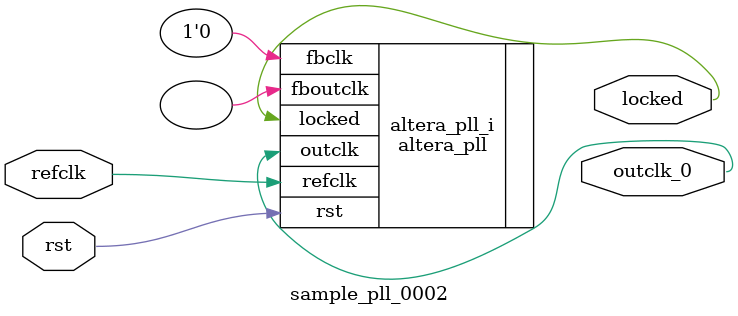
<source format=v>
`timescale 1ns/10ps
module  sample_pll_0002(

	// interface 'refclk'
	input wire refclk,

	// interface 'reset'
	input wire rst,

	// interface 'outclk0'
	output wire outclk_0,

	// interface 'locked'
	output wire locked
);

	altera_pll #(
		.fractional_vco_multiplier("false"),
		.reference_clock_frequency("50.0 MHz"),
		.operation_mode("direct"),
		.number_of_clocks(1),
		.output_clock_frequency0("200.000000 MHz"),
		.phase_shift0("0 ps"),
		.duty_cycle0(50),
		.output_clock_frequency1("0 MHz"),
		.phase_shift1("0 ps"),
		.duty_cycle1(50),
		.output_clock_frequency2("0 MHz"),
		.phase_shift2("0 ps"),
		.duty_cycle2(50),
		.output_clock_frequency3("0 MHz"),
		.phase_shift3("0 ps"),
		.duty_cycle3(50),
		.output_clock_frequency4("0 MHz"),
		.phase_shift4("0 ps"),
		.duty_cycle4(50),
		.output_clock_frequency5("0 MHz"),
		.phase_shift5("0 ps"),
		.duty_cycle5(50),
		.output_clock_frequency6("0 MHz"),
		.phase_shift6("0 ps"),
		.duty_cycle6(50),
		.output_clock_frequency7("0 MHz"),
		.phase_shift7("0 ps"),
		.duty_cycle7(50),
		.output_clock_frequency8("0 MHz"),
		.phase_shift8("0 ps"),
		.duty_cycle8(50),
		.output_clock_frequency9("0 MHz"),
		.phase_shift9("0 ps"),
		.duty_cycle9(50),
		.output_clock_frequency10("0 MHz"),
		.phase_shift10("0 ps"),
		.duty_cycle10(50),
		.output_clock_frequency11("0 MHz"),
		.phase_shift11("0 ps"),
		.duty_cycle11(50),
		.output_clock_frequency12("0 MHz"),
		.phase_shift12("0 ps"),
		.duty_cycle12(50),
		.output_clock_frequency13("0 MHz"),
		.phase_shift13("0 ps"),
		.duty_cycle13(50),
		.output_clock_frequency14("0 MHz"),
		.phase_shift14("0 ps"),
		.duty_cycle14(50),
		.output_clock_frequency15("0 MHz"),
		.phase_shift15("0 ps"),
		.duty_cycle15(50),
		.output_clock_frequency16("0 MHz"),
		.phase_shift16("0 ps"),
		.duty_cycle16(50),
		.output_clock_frequency17("0 MHz"),
		.phase_shift17("0 ps"),
		.duty_cycle17(50),
		.pll_type("General"),
		.pll_subtype("General")
	) altera_pll_i (
		.rst	(rst),
		.outclk	({outclk_0}),
		.locked	(locked),
		.fboutclk	( ),
		.fbclk	(1'b0),
		.refclk	(refclk)
	);
endmodule


</source>
